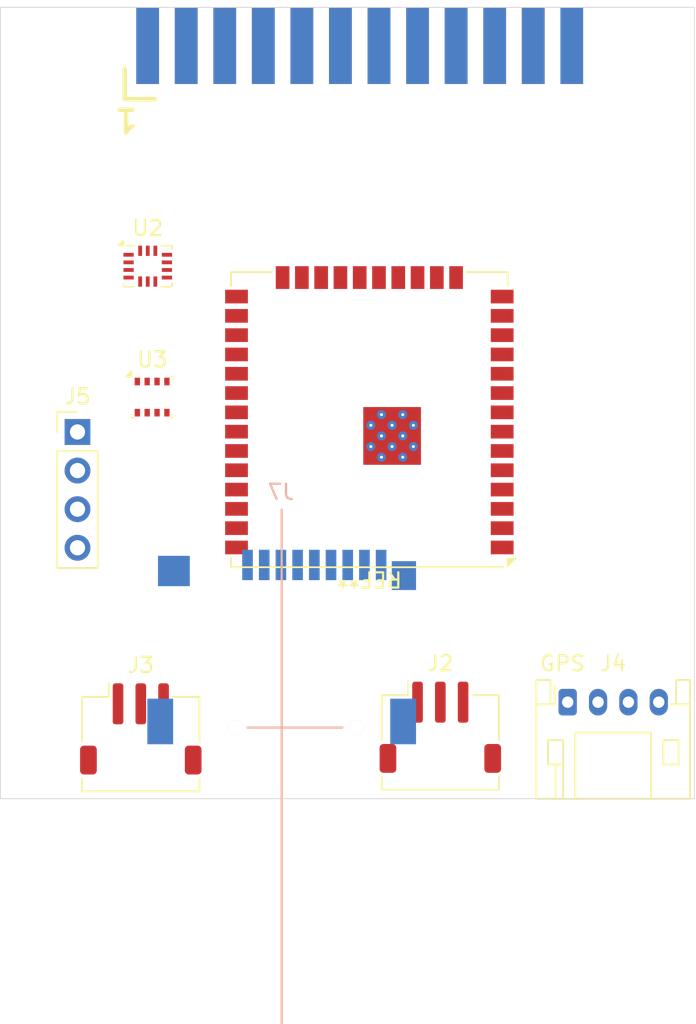
<source format=kicad_pcb>
(kicad_pcb (version 20241229) (generator "pcbnew") (generator_version "9.0")
  (layers (0 "F.Cu" signal) (2 "B.Cu" signal) (13 "F.Paste" user) (15 "B.Paste" user) (5 "F.SilkS" user "F.Silkscreen") (7 "B.SilkS" user "B.Silkscreen") (1 "F.Mask" user) (3 "B.Mask" user) (25 "Edge.Cuts" user))
  (net 0 "")
  (net 36 "GND")
  (net 44 "+3V3")
  (net 46 "+5V")
  (footprint "Connector_JST:JST_PH_S4B-PH-K_1x04_P2.00mm_Horizontal" (layer "F.Cu") (at 176.77 135.12)
    (property "Reference" "J4" (at 3 -2.55 0) (layer "F.SilkS"))
    (property "Value" "GPS" (at -0.35 -2.54 0) (layer "F.SilkS"))
    (fp_line (start -2.06 -1.46) (end -2.06 6.36) (stroke (width 0.12)) (layer "F.SilkS"))
    (fp_line (start -2.06 0.14) (end -1.14 0.14) (stroke (width 0.12)) (layer "F.SilkS"))
    (fp_line (start -2.06 6.36) (end 8.06 6.36) (stroke (width 0.12)) (layer "F.SilkS"))
    (fp_line (start -1.3 2.5) (end -1.3 4.1) (stroke (width 0.12)) (layer "F.SilkS"))
    (fp_line (start -1.3 4.1) (end -0.3 4.1) (stroke (width 0.12)) (layer "F.SilkS"))
    (fp_line (start -1.14 -1.46) (end -2.06 -1.46) (stroke (width 0.12)) (layer "F.SilkS"))
    (fp_line (start -1.14 0.14) (end -1.14 -1.46) (stroke (width 0.12)) (layer "F.SilkS"))
    (fp_line (start -0.86 0.14) (end -1.14 0.14) (stroke (width 0.12)) (layer "F.SilkS"))
    (fp_line (start -0.86 0.14) (end -0.86 -1.075) (stroke (width 0.12)) (layer "F.SilkS"))
    (fp_line (start -0.8 4.1) (end -0.8 6.36) (stroke (width 0.12)) (layer "F.SilkS"))
    (fp_line (start -0.3 2.5) (end -1.3 2.5) (stroke (width 0.12)) (layer "F.SilkS"))
    (fp_line (start -0.3 4.1) (end -0.3 2.5) (stroke (width 0.12)) (layer "F.SilkS"))
    (fp_line (start -0.3 4.1) (end -0.3 6.36) (stroke (width 0.12)) (layer "F.SilkS"))
    (fp_line (start 0.5 2) (end 5.5 2) (stroke (width 0.12)) (layer "F.SilkS"))
    (fp_line (start 0.5 6.36) (end 0.5 2) (stroke (width 0.12)) (layer "F.SilkS"))
    (fp_line (start 5.5 2) (end 5.5 6.36) (stroke (width 0.12)) (layer "F.SilkS"))
    (fp_line (start 6.3 2.5) (end 7.3 2.5) (stroke (width 0.12)) (layer "F.SilkS"))
    (fp_line (start 6.3 4.1) (end 6.3 2.5) (stroke (width 0.12)) (layer "F.SilkS"))
    (fp_line (start 7.14 -1.46) (end 7.14 0.14) (stroke (width 0.12)) (layer "F.SilkS"))
    (fp_line (start 7.14 0.14) (end 6.86 0.14) (stroke (width 0.12)) (layer "F.SilkS"))
    (fp_line (start 7.3 2.5) (end 7.3 4.1) (stroke (width 0.12)) (layer "F.SilkS"))
    (fp_line (start 7.3 4.1) (end 6.3 4.1) (stroke (width 0.12)) (layer "F.SilkS"))
    (fp_line (start 8.06 -1.46) (end 7.14 -1.46) (stroke (width 0.12)) (layer "F.SilkS"))
    (fp_line (start 8.06 0.14) (end 7.14 0.14) (stroke (width 0.12)) (layer "F.SilkS"))
    (fp_line (start 8.06 6.36) (end 8.06 -1.46) (stroke (width 0.12)) (layer "F.SilkS"))
    (pad "1" thru_hole roundrect (at 0 0) (size 1.2 1.75) (drill 0.75) (layers "*.Cu" "*.Mask") (roundrect_rratio 0.208333))
    (pad "2" thru_hole oval (at 2 0) (size 1.2 1.75) (drill 0.75) (layers "*.Cu" "*.Mask"))
    (pad "3" thru_hole oval (at 4 0) (size 1.2 1.75) (drill 0.75) (layers "*.Cu" "*.Mask"))
    (pad "4" thru_hole oval (at 6 0) (size 1.2 1.75) (drill 0.75) (layers "*.Cu" "*.Mask"))
  )
  (footprint "Package_LGA:Bosch_LGA-14_3x2.5mm_P0.5mm" (layer "F.Cu") (at 149.1075 106.43)
    (property "Reference" "U2" (at 0 -2.5 0) (layer "F.SilkS"))
    (property "Value" "BMI160")
    (fp_line (start -1.6 1.35) (end -1.6 1.13) (stroke (width 0.1)) (layer "F.SilkS"))
    (fp_line (start -1.6 1.35) (end -0.88 1.35) (stroke (width 0.1)) (layer "F.SilkS"))
    (fp_line (start -1.4 -1.35) (end -0.88 -1.35) (stroke (width 0.1)) (layer "F.SilkS"))
    (fp_line (start 0.88 -1.35) (end 1.6 -1.35) (stroke (width 0.1)) (layer "F.SilkS"))
    (fp_line (start 1.6 -1.35) (end 1.6 -1.13) (stroke (width 0.1)) (layer "F.SilkS"))
    (fp_line (start 1.6 1.13) (end 1.6 1.35) (stroke (width 0.1)) (layer "F.SilkS"))
    (fp_line (start 1.6 1.35) (end 0.88 1.35) (stroke (width 0.1)) (layer "F.SilkS"))
    (fp_poly (pts (xy -1.6 -1.35) (xy -1.96 -1.35) (xy -1.6 -1.71) (xy -1.6 -1.35)) (stroke (width 0.1)) (fill yes) (layer "F.SilkS"))
    (pad "1" smd rect (at -1.2625 -0.75) (size 0.675 0.25) (layers "F.Cu" "F.Mask" "F.Paste"))
    (pad "2" smd rect (at -1.2625 -0.25) (size 0.675 0.25) (layers "F.Cu" "F.Mask" "F.Paste"))
    (pad "3" smd rect (at -1.2625 0.25) (size 0.675 0.25) (layers "F.Cu" "F.Mask" "F.Paste"))
    (pad "4" smd rect (at -1.2625 0.75) (size 0.675 0.25) (layers "F.Cu" "F.Mask" "F.Paste"))
    (pad "5" smd rect (at -0.5 1.0125) (size 0.25 0.675) (layers "F.Cu" "F.Mask" "F.Paste"))
    (pad "6" smd rect (at 0 1.0125) (size 0.25 0.675) (layers "F.Cu" "F.Mask" "F.Paste"))
    (pad "7" smd rect (at 0.5 1.0125) (size 0.25 0.675) (layers "F.Cu" "F.Mask" "F.Paste"))
    (pad "8" smd rect (at 1.2625 0.75) (size 0.675 0.25) (layers "F.Cu" "F.Mask" "F.Paste"))
    (pad "9" smd rect (at 1.2625 0.25) (size 0.675 0.25) (layers "F.Cu" "F.Mask" "F.Paste"))
    (pad "10" smd rect (at 1.2625 -0.25) (size 0.675 0.25) (layers "F.Cu" "F.Mask" "F.Paste"))
    (pad "11" smd rect (at 1.2625 -0.75) (size 0.675 0.25) (layers "F.Cu" "F.Mask" "F.Paste"))
    (pad "12" smd rect (at 0.5 -1.0125) (size 0.25 0.675) (layers "F.Cu" "F.Mask" "F.Paste"))
    (pad "13" smd rect (at 0 -1.0125) (size 0.25 0.675) (layers "F.Cu" "F.Mask" "F.Paste"))
    (pad "14" smd rect (at -0.5 -1.0125) (size 0.25 0.675) (layers "F.Cu" "F.Mask" "F.Paste"))
  )
  (footprint "Connector_JST:JST_ZH_S3B-ZR-SM4A-TF_1x03-1MP_P1.50mm_Horizontal" (layer "F.Cu") (at 148.65 136.88)
    (property "Reference" "J3" (at 0 -4.2 0) (layer "F.SilkS"))
    (property "Value" "PT100_Int")
    (fp_line (start -3.86 -2.11) (end -2.11 -2.11) (stroke (width 0.12)) (layer "F.SilkS"))
    (fp_line (start -3.86 0.84) (end -3.86 -2.11) (stroke (width 0.12)) (layer "F.SilkS"))
    (fp_line (start -3.86 3.26) (end -3.86 4.11) (stroke (width 0.12)) (layer "F.SilkS"))
    (fp_line (start -3.86 4.11) (end 3.86 4.11) (stroke (width 0.12)) (layer "F.SilkS"))
    (fp_line (start -2.11 -2.11) (end -2.11 -3) (stroke (width 0.12)) (layer "F.SilkS"))
    (fp_line (start 3.86 -2.11) (end 2.11 -2.11) (stroke (width 0.12)) (layer "F.SilkS"))
    (fp_line (start 3.86 0.84) (end 3.86 -2.11) (stroke (width 0.12)) (layer "F.SilkS"))
    (fp_line (start 3.86 4.11) (end 3.86 3.26) (stroke (width 0.12)) (layer "F.SilkS"))
    (pad "1" smd roundrect (at -1.5 -1.65) (size 0.7 2.7) (layers "F.Cu" "F.Mask" "F.Paste"))
    (pad "2" smd roundrect (at 0 -1.65) (size 0.7 2.7) (layers "F.Cu" "F.Mask" "F.Paste"))
    (pad "3" smd roundrect (at 1.5 -1.65) (size 0.7 2.7) (layers "F.Cu" "F.Mask" "F.Paste"))
    (pad "MP" smd roundrect (at -3.45 2.05) (size 1.1 1.9) (layers "F.Cu" "F.Mask" "F.Paste") (roundrect_rratio 0.227273))
    (pad "MP" smd roundrect (at 3.45 2.05) (size 1.1 1.9) (layers "F.Cu" "F.Mask" "F.Paste") (roundrect_rratio 0.227273))
  )
  (footprint "RF_Module:ESP32-WROOM-32UE" (layer "F.Cu") (at 163.705 116.53 180)
    (property "Reference" "REF**" (at 0 -10.5 180) (layer "F.SilkS"))
    (property "Value" "ESP32-WROOM-32UE")
    (fp_line (start 9.11 8.81) (end 9.11 9.71) (stroke (width 0.12)) (layer "F.SilkS"))
    (fp_line (start 9.11 -9.71) (end 9.11 -9.12) (stroke (width 0.12)) (layer "F.SilkS"))
    (fp_line (start 6.425 9.71) (end 9.11 9.71) (stroke (width 0.12)) (layer "F.SilkS"))
    (fp_line (start -8.8 -9.71) (end 9.11 -9.71) (stroke (width 0.12)) (layer "F.SilkS"))
    (fp_line (start -9.11 9.71) (end -6.425 9.71) (stroke (width 0.12)) (layer "F.SilkS"))
    (fp_line (start -9.11 8.81) (end -9.11 9.71) (stroke (width 0.12)) (layer "F.SilkS"))
    (fp_poly (pts (xy -9.11 -9.15) (xy -9.61 -9.15) (xy -9.11 -9.65) (xy -9.11 -9.15)) (stroke (width 0.12)) (fill yes) (layer "F.SilkS"))
    (pad "1" smd rect (at -8.75 -8.41 180) (size 1.5 0.9) (layers "F.Cu" "F.Mask" "F.Paste"))
    (pad "2" smd rect (at -8.75 -7.14 180) (size 1.5 0.9) (layers "F.Cu" "F.Mask" "F.Paste"))
    (pad "3" smd rect (at -8.75 -5.87 180) (size 1.5 0.9) (layers "F.Cu" "F.Mask" "F.Paste"))
    (pad "4" smd rect (at -8.75 -4.6 180) (size 1.5 0.9) (layers "F.Cu" "F.Mask" "F.Paste"))
    (pad "5" smd rect (at -8.75 -3.33 180) (size 1.5 0.9) (layers "F.Cu" "F.Mask" "F.Paste"))
    (pad "6" smd rect (at -8.75 -2.06 180) (size 1.5 0.9) (layers "F.Cu" "F.Mask" "F.Paste"))
    (pad "7" smd rect (at -8.75 -0.79 180) (size 1.5 0.9) (layers "F.Cu" "F.Mask" "F.Paste"))
    (pad "8" smd rect (at -8.75 0.48 180) (size 1.5 0.9) (layers "F.Cu" "F.Mask" "F.Paste"))
    (pad "9" smd rect (at -8.75 1.75 180) (size 1.5 0.9) (layers "F.Cu" "F.Mask" "F.Paste"))
    (pad "10" smd rect (at -8.75 3.02 180) (size 1.5 0.9) (layers "F.Cu" "F.Mask" "F.Paste"))
    (pad "11" smd rect (at -8.75 4.29 180) (size 1.5 0.9) (layers "F.Cu" "F.Mask" "F.Paste"))
    (pad "12" smd rect (at -8.75 5.56 180) (size 1.5 0.9) (layers "F.Cu" "F.Mask" "F.Paste"))
    (pad "13" smd rect (at -8.75 6.83 180) (size 1.5 0.9) (layers "F.Cu" "F.Mask" "F.Paste"))
    (pad "14" smd rect (at -8.75 8.1 180) (size 1.5 0.9) (layers "F.Cu" "F.Mask" "F.Paste"))
    (pad "15" smd rect (at -5.715 9.35 270) (size 1.5 0.9) (layers "F.Cu" "F.Mask" "F.Paste"))
    (pad "16" smd rect (at -4.445 9.35 270) (size 1.5 0.9) (layers "F.Cu" "F.Mask" "F.Paste"))
    (pad "17" smd rect (at -3.175 9.35 270) (size 1.5 0.9) (layers "F.Cu" "F.Mask" "F.Paste"))
    (pad "18" smd rect (at -1.905 9.35 270) (size 1.5 0.9) (layers "F.Cu" "F.Mask" "F.Paste"))
    (pad "19" smd rect (at -0.635 9.35 270) (size 1.5 0.9) (layers "F.Cu" "F.Mask" "F.Paste"))
    (pad "20" smd rect (at 0.635 9.35 270) (size 1.5 0.9) (layers "F.Cu" "F.Mask" "F.Paste"))
    (pad "21" smd rect (at 1.905 9.35 270) (size 1.5 0.9) (layers "F.Cu" "F.Mask" "F.Paste"))
    (pad "22" smd rect (at 3.175 9.35 270) (size 1.5 0.9) (layers "F.Cu" "F.Mask" "F.Paste"))
    (pad "23" smd rect (at 4.445 9.35 270) (size 1.5 0.9) (layers "F.Cu" "F.Mask" "F.Paste"))
    (pad "24" smd rect (at 5.715 9.35 270) (size 1.5 0.9) (layers "F.Cu" "F.Mask" "F.Paste"))
    (pad "25" smd rect (at 8.75 8.1 180) (size 1.5 0.9) (layers "F.Cu" "F.Mask" "F.Paste"))
    (pad "26" smd rect (at 8.75 6.83 180) (size 1.5 0.9) (layers "F.Cu" "F.Mask" "F.Paste"))
    (pad "27" smd rect (at 8.75 5.56 180) (size 1.5 0.9) (layers "F.Cu" "F.Mask" "F.Paste"))
    (pad "28" smd rect (at 8.75 4.29 180) (size 1.5 0.9) (layers "F.Cu" "F.Mask" "F.Paste"))
    (pad "29" smd rect (at 8.75 3.02 180) (size 1.5 0.9) (layers "F.Cu" "F.Mask" "F.Paste"))
    (pad "30" smd rect (at 8.75 1.75 180) (size 1.5 0.9) (layers "F.Cu" "F.Mask" "F.Paste"))
    (pad "31" smd rect (at 8.75 0.48 180) (size 1.5 0.9) (layers "F.Cu" "F.Mask" "F.Paste"))
    (pad "32" smd rect (at 8.75 -0.79 180) (size 1.5 0.9) (layers "F.Cu" "F.Mask" "F.Paste"))
    (pad "33" smd rect (at 8.75 -2.06 180) (size 1.5 0.9) (layers "F.Cu" "F.Mask" "F.Paste"))
    (pad "34" smd rect (at 8.75 -3.33 180) (size 1.5 0.9) (layers "F.Cu" "F.Mask" "F.Paste"))
    (pad "35" smd rect (at 8.75 -4.6 180) (size 1.5 0.9) (layers "F.Cu" "F.Mask" "F.Paste"))
    (pad "36" smd rect (at 8.75 -5.87 180) (size 1.5 0.9) (layers "F.Cu" "F.Mask" "F.Paste"))
    (pad "37" smd rect (at 8.75 -7.14 180) (size 1.5 0.9) (layers "F.Cu" "F.Mask" "F.Paste"))
    (pad "38" smd rect (at 8.75 -8.41 180) (size 1.5 0.9) (layers "F.Cu" "F.Mask" "F.Paste"))
    (pad "39" smd rect (at -2.9 -2.47 180) (size 0.9 0.9) (layers "F.Cu" "F.Paste"))
    (pad "39" thru_hole circle (at -2.9 -1.77 180) (size 0.6 0.6) (drill 0.2) (property pad_prop_heatsink) (layers "*.Cu" "F.Mask"))
    (pad "39" smd rect (at -2.9 -1.07 180) (size 0.9 0.9) (layers "F.Cu" "F.Paste"))
    (pad "39" thru_hole circle (at -2.9 -0.37 180) (size 0.6 0.6) (drill 0.2) (property pad_prop_heatsink) (layers "*.Cu" "F.Mask"))
    (pad "39" smd rect (at -2.9 0.33 180) (size 0.9 0.9) (layers "F.Cu" "F.Paste"))
    (pad "39" thru_hole circle (at -2.2 -2.47 180) (size 0.6 0.6) (drill 0.2) (property pad_prop_heatsink) (layers "*.Cu" "F.Mask"))
    (pad "39" thru_hole circle (at -2.2 -1.07 180) (size 0.6 0.6) (drill 0.2) (property pad_prop_heatsink) (layers "*.Cu" "F.Mask"))
    (pad "39" thru_hole circle (at -2.2 0.33 180) (size 0.6 0.6) (drill 0.2) (property pad_prop_heatsink) (layers "*.Cu" "F.Mask"))
    (pad "39" smd rect (at -1.5 -2.47 180) (size 0.9 0.9) (layers "F.Cu" "F.Paste"))
    (pad "39" thru_hole circle (at -1.5 -1.77 180) (size 0.6 0.6) (drill 0.2) (property pad_prop_heatsink) (layers "*.Cu" "F.Mask"))
    (pad "39" smd rect (at -1.5 -1.07 180) (size 0.9 0.9) (layers "F.Cu" "F.Paste"))
    (pad "39" smd rect (at -1.5 -1.07 180) (size 3.8 3.8) (property pad_prop_heatsink) (layers "F.Cu" "F.Mask"))
    (pad "39" thru_hole circle (at -1.5 -0.37 180) (size 0.6 0.6) (drill 0.2) (property pad_prop_heatsink) (layers "*.Cu" "F.Mask"))
    (pad "39" smd rect (at -1.5 0.33 180) (size 0.9 0.9) (layers "F.Cu" "F.Paste"))
    (pad "39" thru_hole circle (at -0.8 -2.47 180) (size 0.6 0.6) (drill 0.2) (property pad_prop_heatsink) (layers "*.Cu" "F.Mask"))
    (pad "39" thru_hole circle (at -0.8 -1.07 180) (size 0.6 0.6) (drill 0.2) (property pad_prop_heatsink) (layers "*.Cu" "F.Mask"))
    (pad "39" thru_hole circle (at -0.8 0.33 180) (size 0.6 0.6) (drill 0.2) (property pad_prop_heatsink) (layers "*.Cu" "F.Mask"))
    (pad "39" smd rect (at -0.1 -2.47 180) (size 0.9 0.9) (layers "F.Cu" "F.Paste"))
    (pad "39" thru_hole circle (at -0.1 -1.77 180) (size 0.6 0.6) (drill 0.2) (property pad_prop_heatsink) (layers "*.Cu" "F.Mask"))
    (pad "39" smd rect (at -0.1 -1.07 180) (size 0.9 0.9) (layers "F.Cu" "F.Paste"))
    (pad "39" thru_hole circle (at -0.1 -0.37 180) (size 0.6 0.6) (drill 0.2) (property pad_prop_heatsink) (layers "*.Cu" "F.Mask"))
    (pad "39" smd rect (at -0.1 0.33 180) (size 0.9 0.9) (layers "F.Cu" "F.Paste"))
  )
  (footprint "IcaroFootprints:Connector_Icaro_Edge_tarjeta" (layer "F.Cu") (at 163.09 91.94 180)
    (property "Reference" "J1" (hide yes))
    (property "Value" "~")
    (fp_line (start 15.5 -3.5) (end 15.5 -1.5) (stroke (width 0.3)) (layer "F.SilkS"))
    (fp_line (start 13.5 -3.5) (end 15.5 -3.5) (stroke (width 0.3)) (layer "F.SilkS"))
    (fp_text user "1" (at 14.5 -4 180) (layer "F.SilkS") (effects (font (size 1.5 1.5) (thickness 0.3) (bold yes)) (justify left bottom)))
    (pad "1" smd rect (at 13.99 0 180) (size 1.5 5) (layers "F.Cu" "F.Mask" "F.Paste"))
    (pad "2" smd rect (at 13.99 0) (size 1.5 5) (layers "B.Cu" "B.Mask" "B.Paste"))
    (pad "3" smd rect (at 11.45 0 180) (size 1.5 5) (layers "F.Cu" "F.Mask" "F.Paste") (net 36 "GND"))
    (pad "4" smd rect (at 11.45 0) (size 1.5 5) (layers "B.Cu" "B.Mask" "B.Paste") (net 36 "GND"))
    (pad "5" smd rect (at 8.91 0 180) (size 1.5 5) (layers "F.Cu" "F.Mask" "F.Paste") (net 46 "+5V"))
    (pad "6" smd rect (at 8.91 0) (size 1.5 5) (layers "B.Cu" "B.Mask" "B.Paste") (net 44 "+3V3"))
    (pad "7" smd rect (at 6.37 0 180) (size 1.5 5) (layers "F.Cu" "F.Mask" "F.Paste"))
    (pad "8" smd rect (at 6.37 0) (size 1.5 5) (layers "B.Cu" "B.Mask" "B.Paste"))
    (pad "9" smd rect (at 3.83 0 180) (size 1.5 5) (layers "F.Cu" "F.Mask" "F.Paste"))
    (pad "10" smd rect (at 3.83 0) (size 1.5 5) (layers "B.Cu" "B.Mask" "B.Paste"))
    (pad "11" smd rect (at 1.29 0 180) (size 1.5 5) (layers "F.Cu" "F.Mask" "F.Paste"))
    (pad "12" smd rect (at 1.29 0) (size 1.5 5) (layers "B.Cu" "B.Mask" "B.Paste"))
    (pad "13" smd rect (at -1.25 0 180) (size 1.5 5) (layers "F.Cu" "F.Mask" "F.Paste"))
    (pad "14" smd rect (at -1.25 0) (size 1.5 5) (layers "B.Cu" "B.Mask" "B.Paste"))
    (pad "15" smd rect (at -3.79 0 180) (size 1.5 5) (layers "F.Cu" "F.Mask" "F.Paste") (net 36 "GND"))
    (pad "16" smd rect (at -3.79 0) (size 1.5 5) (layers "B.Cu" "B.Mask" "B.Paste") (net 36 "GND"))
    (pad "17" smd rect (at -6.33 0 180) (size 1.5 5) (layers "F.Cu" "F.Mask" "F.Paste"))
    (pad "18" smd rect (at -6.33 0) (size 1.5 5) (layers "B.Cu" "B.Mask" "B.Paste"))
    (pad "19" smd rect (at -8.87 0 180) (size 1.5 5) (layers "F.Cu" "F.Mask" "F.Paste"))
    (pad "20" smd rect (at -8.87 0) (size 1.5 5) (layers "B.Cu" "B.Mask" "B.Paste"))
    (pad "21" smd rect (at -11.41 0 180) (size 1.5 5) (layers "F.Cu" "F.Mask" "F.Paste") (net 36 "GND"))
    (pad "22" smd rect (at -11.41 0) (size 1.5 5) (layers "B.Cu" "B.Mask" "B.Paste"))
    (pad "23" smd rect (at -13.95 0 180) (size 1.5 5) (layers "F.Cu" "F.Mask" "F.Paste"))
    (pad "24" smd rect (at -13.95 0) (size 1.5 5) (layers "B.Cu" "B.Mask" "B.Paste"))
  )
  (footprint "Connector_PinHeader_2.54mm:PinHeader_1x04_P2.54mm_Vertical" (layer "F.Cu") (at 144.48 117.34)
    (property "Reference" "J5" (at 0 -2.33 0) (layer "F.SilkS"))
    (property "Value" "PROG")
    (fp_line (start -1.33 -1.33) (end 0 -1.33) (stroke (width 0.12)) (layer "F.SilkS"))
    (fp_line (start -1.33 0) (end -1.33 -1.33) (stroke (width 0.12)) (layer "F.SilkS"))
    (fp_line (start -1.33 1.27) (end -1.33 8.95) (stroke (width 0.12)) (layer "F.SilkS"))
    (fp_line (start -1.33 1.27) (end 1.33 1.27) (stroke (width 0.12)) (layer "F.SilkS"))
    (fp_line (start -1.33 8.95) (end 1.33 8.95) (stroke (width 0.12)) (layer "F.SilkS"))
    (fp_line (start 1.33 1.27) (end 1.33 8.95) (stroke (width 0.12)) (layer "F.SilkS"))
    (pad "1" thru_hole rect (at 0 0) (size 1.7 1.7) (drill 1) (layers "*.Cu" "*.Mask"))
    (pad "2" thru_hole oval (at 0 2.54) (size 1.7 1.7) (drill 1) (layers "*.Cu" "*.Mask"))
    (pad "3" thru_hole oval (at 0 5.08) (size 1.7 1.7) (drill 1) (layers "*.Cu" "*.Mask"))
    (pad "4" thru_hole oval (at 0 7.62) (size 1.7 1.7) (drill 1) (layers "*.Cu" "*.Mask"))
  )
  (footprint "Package_LGA:Bosch_LGA-8_2.5x2.5mm_P0.65mm_ClockwisePinNumbering" (layer "F.Cu") (at 149.395 115.045)
    (property "Reference" "U3" (at 0.015 -2.465 0) (layer "F.SilkS"))
    (property "Value" "BME280")
    (fp_line (start -1.35 1.35) (end -1.35 1.2) (stroke (width 0.1)) (layer "F.SilkS"))
    (fp_line (start -1.35 1.36) (end -1.2 1.36) (stroke (width 0.1)) (layer "F.SilkS"))
    (fp_line (start 1.2 -1.35) (end 1.35 -1.35) (stroke (width 0.1)) (layer "F.SilkS"))
    (fp_line (start 1.35 -1.35) (end 1.35 -1.2) (stroke (width 0.1)) (layer "F.SilkS"))
    (fp_line (start 1.35 1.35) (end 1.2 1.35) (stroke (width 0.1)) (layer "F.SilkS"))
    (fp_line (start 1.35 1.35) (end 1.35 1.2) (stroke (width 0.1)) (layer "F.SilkS"))
    (fp_poly (pts (xy -1.35 -1.35) (xy -1.71 -1.35) (xy -1.35 -1.71) (xy -1.35 -1.35)) (stroke (width 0.12)) (fill yes) (layer "F.SilkS"))
    (pad "1" smd rect (at -0.975 -1.025 90) (size 0.5 0.35) (layers "F.Cu" "F.Mask" "F.Paste"))
    (pad "2" smd rect (at -0.325 -1.025 90) (size 0.5 0.35) (layers "F.Cu" "F.Mask" "F.Paste"))
    (pad "3" smd rect (at 0.325 -1.025 90) (size 0.5 0.35) (layers "F.Cu" "F.Mask" "F.Paste"))
    (pad "4" smd rect (at 0.975 -1.025 90) (size 0.5 0.35) (layers "F.Cu" "F.Mask" "F.Paste"))
    (pad "5" smd rect (at 0.975 1.025 90) (size 0.5 0.35) (layers "F.Cu" "F.Mask" "F.Paste"))
    (pad "6" smd rect (at 0.325 1.025 90) (size 0.5 0.35) (layers "F.Cu" "F.Mask" "F.Paste"))
    (pad "7" smd rect (at -0.325 1.025 90) (size 0.5 0.35) (layers "F.Cu" "F.Mask" "F.Paste"))
    (pad "8" smd rect (at -0.975 1.025 90) (size 0.5 0.35) (layers "F.Cu" "F.Mask" "F.Paste"))
  )
  (footprint "Connector_JST:JST_ZH_S3B-ZR-SM4A-TF_1x03-1MP_P1.50mm_Horizontal" (layer "F.Cu") (at 168.38 136.77)
    (property "Reference" "J2" (at 0 -4.2 0) (layer "F.SilkS"))
    (property "Value" "PT100_Ext")
    (fp_line (start -3.86 -2.11) (end -2.11 -2.11) (stroke (width 0.12)) (layer "F.SilkS"))
    (fp_line (start -3.86 0.84) (end -3.86 -2.11) (stroke (width 0.12)) (layer "F.SilkS"))
    (fp_line (start -3.86 3.26) (end -3.86 4.11) (stroke (width 0.12)) (layer "F.SilkS"))
    (fp_line (start -3.86 4.11) (end 3.86 4.11) (stroke (width 0.12)) (layer "F.SilkS"))
    (fp_line (start -2.11 -2.11) (end -2.11 -3) (stroke (width 0.12)) (layer "F.SilkS"))
    (fp_line (start 3.86 -2.11) (end 2.11 -2.11) (stroke (width 0.12)) (layer "F.SilkS"))
    (fp_line (start 3.86 0.84) (end 3.86 -2.11) (stroke (width 0.12)) (layer "F.SilkS"))
    (fp_line (start 3.86 4.11) (end 3.86 3.26) (stroke (width 0.12)) (layer "F.SilkS"))
    (pad "1" smd roundrect (at -1.5 -1.65) (size 0.7 2.7) (layers "F.Cu" "F.Mask" "F.Paste"))
    (pad "2" smd roundrect (at 0 -1.65) (size 0.7 2.7) (layers "F.Cu" "F.Mask" "F.Paste"))
    (pad "3" smd roundrect (at 1.5 -1.65) (size 0.7 2.7) (layers "F.Cu" "F.Mask" "F.Paste"))
    (pad "MP" smd roundrect (at -3.45 2.05) (size 1.1 1.9) (layers "F.Cu" "F.Mask" "F.Paste") (roundrect_rratio 0.227273))
    (pad "MP" smd roundrect (at 3.45 2.05) (size 1.1 1.9) (layers "F.Cu" "F.Mask" "F.Paste") (roundrect_rratio 0.227273))
  )
  (footprint "IcaroFootprints:microSD-Receptacle-SelfEject" (layer "B.Cu") (at 157.93 126.29 180)
    (property "Reference" "J7" (at 0.05 5 0) (layer "B.SilkS") (effects (justify mirror)))
    (property "Value" "Micro_SD_Card_Det1")
    (fp_line (start 2.25 -10.5) (end -4 -10.5) (stroke (width 0.15)) (layer "B.SilkS"))
    (fp_line (start 0 3.85) (end 0 -29.95) (stroke (width 0.15)) (layer "B.SilkS"))
    (pad "" np_thru_hole circle (at -4.93 -10.5) (size 1 1) (drill 1) (layers "*.Cu" "*.Mask" "B.SilkS"))
    (pad "" np_thru_hole circle (at 3.05 -10.5) (size 1 1) (drill 1) (layers "*.Cu" "*.Mask" "B.SilkS"))
    (pad "1" smd rect (at 2.25 0.2) (size 0.7 2) (layers "B.Cu" "B.Mask" "B.Paste"))
    (pad "2" smd rect (at 1.15 0.2) (size 0.7 2) (layers "B.Cu" "B.Mask" "B.Paste"))
    (pad "3" smd rect (at 0.05 0.2) (size 0.7 2) (layers "B.Cu" "B.Mask" "B.Paste"))
    (pad "4" smd rect (at -1.05 0.2) (size 0.7 2) (layers "B.Cu" "B.Mask" "B.Paste"))
    (pad "5" smd rect (at -2.15 0.2) (size 0.7 2) (layers "B.Cu" "B.Mask" "B.Paste"))
    (pad "6" smd rect (at -3.25 0.2) (size 0.7 2) (layers "B.Cu" "B.Mask" "B.Paste"))
    (pad "7" smd rect (at -4.35 0.2) (size 0.7 2) (layers "B.Cu" "B.Mask" "B.Paste"))
    (pad "8" smd rect (at -5.45 0.2) (size 0.7 2) (layers "B.Cu" "B.Mask" "B.Paste"))
    (pad "9" smd rect (at -6.55 0.2) (size 0.7 2) (layers "B.Cu" "B.Mask" "B.Paste"))
    (pad "11" smd rect (at -8.05 -0.5) (size 1.6 1.9) (layers "B.Cu" "B.Mask" "B.Paste"))
    (pad "11" smd rect (at -8 -10.1) (size 1.7 3) (layers "B.Cu" "B.Mask" "B.Paste"))
    (pad "11" smd rect (at 7.1 -0.2) (size 2.1 2) (layers "B.Cu" "B.Mask" "B.Paste"))
    (pad "11" smd rect (at 8 -10.1) (size 1.7 3) (layers "B.Cu" "B.Mask" "B.Paste"))
  )
  (gr_rect (start 139.4 89.4) (end 185.12 141.47) (stroke (width 0.05)) (fill no) (layer "Edge.Cuts"))
)
</source>
